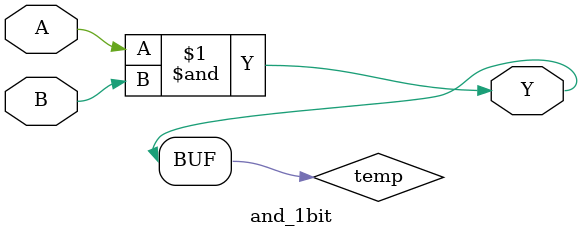
<source format=v>
module and_1bit(A,B,Y);
input A,B;
output Y;
wire temp;

and(temp,A,B);
assign Y=temp;
endmodule



</source>
